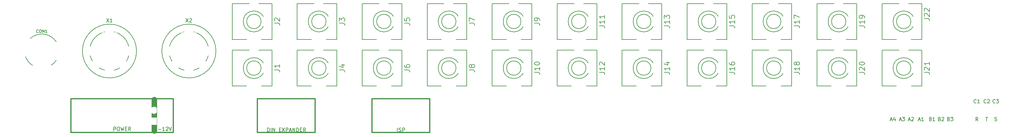
<source format=gto>
G04 #@! TF.FileFunction,Legend,Top*
%FSLAX46Y46*%
G04 Gerber Fmt 4.6, Leading zero omitted, Abs format (unit mm)*
G04 Created by KiCad (PCBNEW 4.0.2-stable) date 2019-09-27 10:43:36 AM*
%MOMM*%
G01*
G04 APERTURE LIST*
%ADD10C,0.200000*%
%ADD11C,0.300000*%
%ADD12C,0.150000*%
%ADD13C,1.500000*%
%ADD14R,5.180000X2.640000*%
%ADD15O,2.640000X5.180000*%
%ADD16C,2.640000*%
%ADD17R,1.600000X2.100000*%
%ADD18O,1.600000X2.100000*%
%ADD19O,4.100000X2.600000*%
%ADD20O,2.600000X2.100000*%
%ADD21O,1.600000X3.600000*%
%ADD22R,2.700000X1.900000*%
%ADD23O,2.700000X1.900000*%
%ADD24R,1.800000X1.800000*%
%ADD25O,1.800000X1.800000*%
%ADD26R,2.900000X1.700000*%
%ADD27C,2.600000*%
%ADD28R,2.600000X3.600000*%
%ADD29O,4.700000X1.550000*%
%ADD30O,4.400000X1.200000*%
%ADD31O,1.200000X4.400000*%
%ADD32C,1.200000*%
%ADD33R,1.900000X1.900000*%
%ADD34C,1.900000*%
G04 APERTURE END LIST*
D10*
D11*
X111750000Y-94950000D02*
X111750000Y-85550000D01*
X127750000Y-94950000D02*
X111750000Y-94950000D01*
X127750000Y-85550000D02*
X127750000Y-94950000D01*
X111750000Y-85550000D02*
X127750000Y-85550000D01*
X80000000Y-94950000D02*
X80000000Y-85550000D01*
X96000000Y-94950000D02*
X80000000Y-94950000D01*
X96000000Y-85550000D02*
X96000000Y-94950000D01*
X80000000Y-85550000D02*
X96000000Y-85550000D01*
X56700000Y-85550000D02*
X28300000Y-85550000D01*
X56700000Y-94950000D02*
X56700000Y-85550000D01*
X28300000Y-94950000D02*
X56700000Y-94950000D01*
D10*
X28300000Y-94950000D02*
X28350000Y-94950000D01*
D11*
X28300000Y-85550000D02*
X28300000Y-94950000D01*
D12*
X118773810Y-94702381D02*
X118773810Y-93702381D01*
X119202381Y-94654762D02*
X119345238Y-94702381D01*
X119583334Y-94702381D01*
X119678572Y-94654762D01*
X119726191Y-94607143D01*
X119773810Y-94511905D01*
X119773810Y-94416667D01*
X119726191Y-94321429D01*
X119678572Y-94273810D01*
X119583334Y-94226190D01*
X119392857Y-94178571D01*
X119297619Y-94130952D01*
X119250000Y-94083333D01*
X119202381Y-93988095D01*
X119202381Y-93892857D01*
X119250000Y-93797619D01*
X119297619Y-93750000D01*
X119392857Y-93702381D01*
X119630953Y-93702381D01*
X119773810Y-93750000D01*
X120202381Y-94702381D02*
X120202381Y-93702381D01*
X120583334Y-93702381D01*
X120678572Y-93750000D01*
X120726191Y-93797619D01*
X120773810Y-93892857D01*
X120773810Y-94035714D01*
X120726191Y-94130952D01*
X120678572Y-94178571D01*
X120583334Y-94226190D01*
X120202381Y-94226190D01*
X82761905Y-94702381D02*
X82761905Y-93702381D01*
X83000000Y-93702381D01*
X83142858Y-93750000D01*
X83238096Y-93845238D01*
X83285715Y-93940476D01*
X83333334Y-94130952D01*
X83333334Y-94273810D01*
X83285715Y-94464286D01*
X83238096Y-94559524D01*
X83142858Y-94654762D01*
X83000000Y-94702381D01*
X82761905Y-94702381D01*
X83761905Y-94702381D02*
X83761905Y-93702381D01*
X84238095Y-94702381D02*
X84238095Y-93702381D01*
X84809524Y-94702381D01*
X84809524Y-93702381D01*
X86047619Y-94178571D02*
X86380953Y-94178571D01*
X86523810Y-94702381D02*
X86047619Y-94702381D01*
X86047619Y-93702381D01*
X86523810Y-93702381D01*
X86857143Y-93702381D02*
X87523810Y-94702381D01*
X87523810Y-93702381D02*
X86857143Y-94702381D01*
X87904762Y-94702381D02*
X87904762Y-93702381D01*
X88285715Y-93702381D01*
X88380953Y-93750000D01*
X88428572Y-93797619D01*
X88476191Y-93892857D01*
X88476191Y-94035714D01*
X88428572Y-94130952D01*
X88380953Y-94178571D01*
X88285715Y-94226190D01*
X87904762Y-94226190D01*
X88857143Y-94416667D02*
X89333334Y-94416667D01*
X88761905Y-94702381D02*
X89095238Y-93702381D01*
X89428572Y-94702381D01*
X89761905Y-94702381D02*
X89761905Y-93702381D01*
X90333334Y-94702381D01*
X90333334Y-93702381D01*
X90809524Y-94702381D02*
X90809524Y-93702381D01*
X91047619Y-93702381D01*
X91190477Y-93750000D01*
X91285715Y-93845238D01*
X91333334Y-93940476D01*
X91380953Y-94130952D01*
X91380953Y-94273810D01*
X91333334Y-94464286D01*
X91285715Y-94559524D01*
X91190477Y-94654762D01*
X91047619Y-94702381D01*
X90809524Y-94702381D01*
X91809524Y-94178571D02*
X92142858Y-94178571D01*
X92285715Y-94702381D02*
X91809524Y-94702381D01*
X91809524Y-93702381D01*
X92285715Y-93702381D01*
X93285715Y-94702381D02*
X92952381Y-94226190D01*
X92714286Y-94702381D02*
X92714286Y-93702381D01*
X93095239Y-93702381D01*
X93190477Y-93750000D01*
X93238096Y-93797619D01*
X93285715Y-93892857D01*
X93285715Y-94035714D01*
X93238096Y-94130952D01*
X93190477Y-94178571D01*
X93095239Y-94226190D01*
X92714286Y-94226190D01*
D13*
X51400000Y-85800000D02*
X51400000Y-94550000D01*
D12*
X52538095Y-94071429D02*
X53300000Y-94071429D01*
X54300000Y-94452381D02*
X53728571Y-94452381D01*
X54014285Y-94452381D02*
X54014285Y-93452381D01*
X53919047Y-93595238D01*
X53823809Y-93690476D01*
X53728571Y-93738095D01*
X54680952Y-93547619D02*
X54728571Y-93500000D01*
X54823809Y-93452381D01*
X55061905Y-93452381D01*
X55157143Y-93500000D01*
X55204762Y-93547619D01*
X55252381Y-93642857D01*
X55252381Y-93738095D01*
X55204762Y-93880952D01*
X54633333Y-94452381D01*
X55252381Y-94452381D01*
X55538095Y-93452381D02*
X55871428Y-94452381D01*
X56204762Y-93452381D01*
X40190476Y-94452381D02*
X40190476Y-93452381D01*
X40571429Y-93452381D01*
X40666667Y-93500000D01*
X40714286Y-93547619D01*
X40761905Y-93642857D01*
X40761905Y-93785714D01*
X40714286Y-93880952D01*
X40666667Y-93928571D01*
X40571429Y-93976190D01*
X40190476Y-93976190D01*
X41380952Y-93452381D02*
X41571429Y-93452381D01*
X41666667Y-93500000D01*
X41761905Y-93595238D01*
X41809524Y-93785714D01*
X41809524Y-94119048D01*
X41761905Y-94309524D01*
X41666667Y-94404762D01*
X41571429Y-94452381D01*
X41380952Y-94452381D01*
X41285714Y-94404762D01*
X41190476Y-94309524D01*
X41142857Y-94119048D01*
X41142857Y-93785714D01*
X41190476Y-93595238D01*
X41285714Y-93500000D01*
X41380952Y-93452381D01*
X42142857Y-93452381D02*
X42380952Y-94452381D01*
X42571429Y-93738095D01*
X42761905Y-94452381D01*
X43000000Y-93452381D01*
X43380952Y-93928571D02*
X43714286Y-93928571D01*
X43857143Y-94452381D02*
X43380952Y-94452381D01*
X43380952Y-93452381D01*
X43857143Y-93452381D01*
X44857143Y-94452381D02*
X44523809Y-93976190D01*
X44285714Y-94452381D02*
X44285714Y-93452381D01*
X44666667Y-93452381D01*
X44761905Y-93500000D01*
X44809524Y-93547619D01*
X44857143Y-93642857D01*
X44857143Y-93785714D01*
X44809524Y-93880952D01*
X44761905Y-93928571D01*
X44666667Y-93976190D01*
X44285714Y-93976190D01*
X284214286Y-91654762D02*
X284357143Y-91702381D01*
X284595239Y-91702381D01*
X284690477Y-91654762D01*
X284738096Y-91607143D01*
X284785715Y-91511905D01*
X284785715Y-91416667D01*
X284738096Y-91321429D01*
X284690477Y-91273810D01*
X284595239Y-91226190D01*
X284404762Y-91178571D01*
X284309524Y-91130952D01*
X284261905Y-91083333D01*
X284214286Y-90988095D01*
X284214286Y-90892857D01*
X284261905Y-90797619D01*
X284309524Y-90750000D01*
X284404762Y-90702381D01*
X284642858Y-90702381D01*
X284785715Y-90750000D01*
X279559524Y-91702381D02*
X279226190Y-91226190D01*
X278988095Y-91702381D02*
X278988095Y-90702381D01*
X279369048Y-90702381D01*
X279464286Y-90750000D01*
X279511905Y-90797619D01*
X279559524Y-90892857D01*
X279559524Y-91035714D01*
X279511905Y-91130952D01*
X279464286Y-91178571D01*
X279369048Y-91226190D01*
X278988095Y-91226190D01*
X281714286Y-90702381D02*
X282285715Y-90702381D01*
X282000000Y-91702381D02*
X282000000Y-90702381D01*
X255335714Y-91416667D02*
X255811905Y-91416667D01*
X255240476Y-91702381D02*
X255573809Y-90702381D01*
X255907143Y-91702381D01*
X256669048Y-91035714D02*
X256669048Y-91702381D01*
X256430952Y-90654762D02*
X256192857Y-91369048D01*
X256811905Y-91369048D01*
X284333334Y-86657143D02*
X284285715Y-86704762D01*
X284142858Y-86752381D01*
X284047620Y-86752381D01*
X283904762Y-86704762D01*
X283809524Y-86609524D01*
X283761905Y-86514286D01*
X283714286Y-86323810D01*
X283714286Y-86180952D01*
X283761905Y-85990476D01*
X283809524Y-85895238D01*
X283904762Y-85800000D01*
X284047620Y-85752381D01*
X284142858Y-85752381D01*
X284285715Y-85800000D01*
X284333334Y-85847619D01*
X284666667Y-85752381D02*
X285285715Y-85752381D01*
X284952381Y-86133333D01*
X285095239Y-86133333D01*
X285190477Y-86180952D01*
X285238096Y-86228571D01*
X285285715Y-86323810D01*
X285285715Y-86561905D01*
X285238096Y-86657143D01*
X285190477Y-86704762D01*
X285095239Y-86752381D01*
X284809524Y-86752381D01*
X284714286Y-86704762D01*
X284666667Y-86657143D01*
X281833334Y-86657143D02*
X281785715Y-86704762D01*
X281642858Y-86752381D01*
X281547620Y-86752381D01*
X281404762Y-86704762D01*
X281309524Y-86609524D01*
X281261905Y-86514286D01*
X281214286Y-86323810D01*
X281214286Y-86180952D01*
X281261905Y-85990476D01*
X281309524Y-85895238D01*
X281404762Y-85800000D01*
X281547620Y-85752381D01*
X281642858Y-85752381D01*
X281785715Y-85800000D01*
X281833334Y-85847619D01*
X282214286Y-85847619D02*
X282261905Y-85800000D01*
X282357143Y-85752381D01*
X282595239Y-85752381D01*
X282690477Y-85800000D01*
X282738096Y-85847619D01*
X282785715Y-85942857D01*
X282785715Y-86038095D01*
X282738096Y-86180952D01*
X282166667Y-86752381D01*
X282785715Y-86752381D01*
X279083334Y-86657143D02*
X279035715Y-86704762D01*
X278892858Y-86752381D01*
X278797620Y-86752381D01*
X278654762Y-86704762D01*
X278559524Y-86609524D01*
X278511905Y-86514286D01*
X278464286Y-86323810D01*
X278464286Y-86180952D01*
X278511905Y-85990476D01*
X278559524Y-85895238D01*
X278654762Y-85800000D01*
X278797620Y-85752381D01*
X278892858Y-85752381D01*
X279035715Y-85800000D01*
X279083334Y-85847619D01*
X280035715Y-86752381D02*
X279464286Y-86752381D01*
X279750000Y-86752381D02*
X279750000Y-85752381D01*
X279654762Y-85895238D01*
X279559524Y-85990476D01*
X279464286Y-86038095D01*
X266445239Y-91178571D02*
X266588096Y-91226190D01*
X266635715Y-91273810D01*
X266683334Y-91369048D01*
X266683334Y-91511905D01*
X266635715Y-91607143D01*
X266588096Y-91654762D01*
X266492858Y-91702381D01*
X266111905Y-91702381D01*
X266111905Y-90702381D01*
X266445239Y-90702381D01*
X266540477Y-90750000D01*
X266588096Y-90797619D01*
X266635715Y-90892857D01*
X266635715Y-90988095D01*
X266588096Y-91083333D01*
X266540477Y-91130952D01*
X266445239Y-91178571D01*
X266111905Y-91178571D01*
X267635715Y-91702381D02*
X267064286Y-91702381D01*
X267350000Y-91702381D02*
X267350000Y-90702381D01*
X267254762Y-90845238D01*
X267159524Y-90940476D01*
X267064286Y-90988095D01*
X260335714Y-91416667D02*
X260811905Y-91416667D01*
X260240476Y-91702381D02*
X260573809Y-90702381D01*
X260907143Y-91702381D01*
X261192857Y-90797619D02*
X261240476Y-90750000D01*
X261335714Y-90702381D01*
X261573810Y-90702381D01*
X261669048Y-90750000D01*
X261716667Y-90797619D01*
X261764286Y-90892857D01*
X261764286Y-90988095D01*
X261716667Y-91130952D01*
X261145238Y-91702381D01*
X261764286Y-91702381D01*
X257835714Y-91416667D02*
X258311905Y-91416667D01*
X257740476Y-91702381D02*
X258073809Y-90702381D01*
X258407143Y-91702381D01*
X258645238Y-90702381D02*
X259264286Y-90702381D01*
X258930952Y-91083333D01*
X259073810Y-91083333D01*
X259169048Y-91130952D01*
X259216667Y-91178571D01*
X259264286Y-91273810D01*
X259264286Y-91511905D01*
X259216667Y-91607143D01*
X259169048Y-91654762D01*
X259073810Y-91702381D01*
X258788095Y-91702381D01*
X258692857Y-91654762D01*
X258645238Y-91607143D01*
X271445239Y-91178571D02*
X271588096Y-91226190D01*
X271635715Y-91273810D01*
X271683334Y-91369048D01*
X271683334Y-91511905D01*
X271635715Y-91607143D01*
X271588096Y-91654762D01*
X271492858Y-91702381D01*
X271111905Y-91702381D01*
X271111905Y-90702381D01*
X271445239Y-90702381D01*
X271540477Y-90750000D01*
X271588096Y-90797619D01*
X271635715Y-90892857D01*
X271635715Y-90988095D01*
X271588096Y-91083333D01*
X271540477Y-91130952D01*
X271445239Y-91178571D01*
X271111905Y-91178571D01*
X272016667Y-90702381D02*
X272635715Y-90702381D01*
X272302381Y-91083333D01*
X272445239Y-91083333D01*
X272540477Y-91130952D01*
X272588096Y-91178571D01*
X272635715Y-91273810D01*
X272635715Y-91511905D01*
X272588096Y-91607143D01*
X272540477Y-91654762D01*
X272445239Y-91702381D01*
X272159524Y-91702381D01*
X272064286Y-91654762D01*
X272016667Y-91607143D01*
X268945239Y-91178571D02*
X269088096Y-91226190D01*
X269135715Y-91273810D01*
X269183334Y-91369048D01*
X269183334Y-91511905D01*
X269135715Y-91607143D01*
X269088096Y-91654762D01*
X268992858Y-91702381D01*
X268611905Y-91702381D01*
X268611905Y-90702381D01*
X268945239Y-90702381D01*
X269040477Y-90750000D01*
X269088096Y-90797619D01*
X269135715Y-90892857D01*
X269135715Y-90988095D01*
X269088096Y-91083333D01*
X269040477Y-91130952D01*
X268945239Y-91178571D01*
X268611905Y-91178571D01*
X269564286Y-90797619D02*
X269611905Y-90750000D01*
X269707143Y-90702381D01*
X269945239Y-90702381D01*
X270040477Y-90750000D01*
X270088096Y-90797619D01*
X270135715Y-90892857D01*
X270135715Y-90988095D01*
X270088096Y-91130952D01*
X269516667Y-91702381D01*
X270135715Y-91702381D01*
X263085714Y-91416667D02*
X263561905Y-91416667D01*
X262990476Y-91702381D02*
X263323809Y-90702381D01*
X263657143Y-91702381D01*
X264514286Y-91702381D02*
X263942857Y-91702381D01*
X264228571Y-91702381D02*
X264228571Y-90702381D01*
X264133333Y-90845238D01*
X264038095Y-90940476D01*
X263942857Y-90988095D01*
X25000000Y-72250000D02*
G75*
G03X25000000Y-72250000I-4750000J0D01*
G01*
X81915476Y-77000000D02*
G75*
G03X81915476Y-77000000I-2915476J0D01*
G01*
X84000000Y-72000000D02*
X84000000Y-82000000D01*
X84000000Y-82000000D02*
X73000000Y-82000000D01*
X73000000Y-82000000D02*
X73000000Y-72000000D01*
X73000000Y-72000000D02*
X84000000Y-72000000D01*
X81000000Y-77000000D02*
G75*
G03X81000000Y-77000000I-2000000J0D01*
G01*
X81915476Y-64000000D02*
G75*
G03X81915476Y-64000000I-2915476J0D01*
G01*
X84000000Y-59000000D02*
X84000000Y-69000000D01*
X84000000Y-69000000D02*
X73000000Y-69000000D01*
X73000000Y-69000000D02*
X73000000Y-59000000D01*
X73000000Y-59000000D02*
X84000000Y-59000000D01*
X81000000Y-64000000D02*
G75*
G03X81000000Y-64000000I-2000000J0D01*
G01*
X99915476Y-64000000D02*
G75*
G03X99915476Y-64000000I-2915476J0D01*
G01*
X102000000Y-59000000D02*
X102000000Y-69000000D01*
X102000000Y-69000000D02*
X91000000Y-69000000D01*
X91000000Y-69000000D02*
X91000000Y-59000000D01*
X91000000Y-59000000D02*
X102000000Y-59000000D01*
X99000000Y-64000000D02*
G75*
G03X99000000Y-64000000I-2000000J0D01*
G01*
X99915476Y-77000000D02*
G75*
G03X99915476Y-77000000I-2915476J0D01*
G01*
X102000000Y-72000000D02*
X102000000Y-82000000D01*
X102000000Y-82000000D02*
X91000000Y-82000000D01*
X91000000Y-82000000D02*
X91000000Y-72000000D01*
X91000000Y-72000000D02*
X102000000Y-72000000D01*
X99000000Y-77000000D02*
G75*
G03X99000000Y-77000000I-2000000J0D01*
G01*
X117915476Y-64000000D02*
G75*
G03X117915476Y-64000000I-2915476J0D01*
G01*
X120000000Y-59000000D02*
X120000000Y-69000000D01*
X120000000Y-69000000D02*
X109000000Y-69000000D01*
X109000000Y-69000000D02*
X109000000Y-59000000D01*
X109000000Y-59000000D02*
X120000000Y-59000000D01*
X117000000Y-64000000D02*
G75*
G03X117000000Y-64000000I-2000000J0D01*
G01*
X117915476Y-77000000D02*
G75*
G03X117915476Y-77000000I-2915476J0D01*
G01*
X120000000Y-72000000D02*
X120000000Y-82000000D01*
X120000000Y-82000000D02*
X109000000Y-82000000D01*
X109000000Y-82000000D02*
X109000000Y-72000000D01*
X109000000Y-72000000D02*
X120000000Y-72000000D01*
X117000000Y-77000000D02*
G75*
G03X117000000Y-77000000I-2000000J0D01*
G01*
X135915476Y-64000000D02*
G75*
G03X135915476Y-64000000I-2915476J0D01*
G01*
X138000000Y-59000000D02*
X138000000Y-69000000D01*
X138000000Y-69000000D02*
X127000000Y-69000000D01*
X127000000Y-69000000D02*
X127000000Y-59000000D01*
X127000000Y-59000000D02*
X138000000Y-59000000D01*
X135000000Y-64000000D02*
G75*
G03X135000000Y-64000000I-2000000J0D01*
G01*
X135915476Y-77000000D02*
G75*
G03X135915476Y-77000000I-2915476J0D01*
G01*
X138000000Y-72000000D02*
X138000000Y-82000000D01*
X138000000Y-82000000D02*
X127000000Y-82000000D01*
X127000000Y-82000000D02*
X127000000Y-72000000D01*
X127000000Y-72000000D02*
X138000000Y-72000000D01*
X135000000Y-77000000D02*
G75*
G03X135000000Y-77000000I-2000000J0D01*
G01*
X153915476Y-64000000D02*
G75*
G03X153915476Y-64000000I-2915476J0D01*
G01*
X156000000Y-59000000D02*
X156000000Y-69000000D01*
X156000000Y-69000000D02*
X145000000Y-69000000D01*
X145000000Y-69000000D02*
X145000000Y-59000000D01*
X145000000Y-59000000D02*
X156000000Y-59000000D01*
X153000000Y-64000000D02*
G75*
G03X153000000Y-64000000I-2000000J0D01*
G01*
X153915476Y-77000000D02*
G75*
G03X153915476Y-77000000I-2915476J0D01*
G01*
X156000000Y-72000000D02*
X156000000Y-82000000D01*
X156000000Y-82000000D02*
X145000000Y-82000000D01*
X145000000Y-82000000D02*
X145000000Y-72000000D01*
X145000000Y-72000000D02*
X156000000Y-72000000D01*
X153000000Y-77000000D02*
G75*
G03X153000000Y-77000000I-2000000J0D01*
G01*
X171915476Y-64000000D02*
G75*
G03X171915476Y-64000000I-2915476J0D01*
G01*
X174000000Y-59000000D02*
X174000000Y-69000000D01*
X174000000Y-69000000D02*
X163000000Y-69000000D01*
X163000000Y-69000000D02*
X163000000Y-59000000D01*
X163000000Y-59000000D02*
X174000000Y-59000000D01*
X171000000Y-64000000D02*
G75*
G03X171000000Y-64000000I-2000000J0D01*
G01*
X171915476Y-77000000D02*
G75*
G03X171915476Y-77000000I-2915476J0D01*
G01*
X174000000Y-72000000D02*
X174000000Y-82000000D01*
X174000000Y-82000000D02*
X163000000Y-82000000D01*
X163000000Y-82000000D02*
X163000000Y-72000000D01*
X163000000Y-72000000D02*
X174000000Y-72000000D01*
X171000000Y-77000000D02*
G75*
G03X171000000Y-77000000I-2000000J0D01*
G01*
X189915476Y-64000000D02*
G75*
G03X189915476Y-64000000I-2915476J0D01*
G01*
X192000000Y-59000000D02*
X192000000Y-69000000D01*
X192000000Y-69000000D02*
X181000000Y-69000000D01*
X181000000Y-69000000D02*
X181000000Y-59000000D01*
X181000000Y-59000000D02*
X192000000Y-59000000D01*
X189000000Y-64000000D02*
G75*
G03X189000000Y-64000000I-2000000J0D01*
G01*
X189915476Y-77000000D02*
G75*
G03X189915476Y-77000000I-2915476J0D01*
G01*
X192000000Y-72000000D02*
X192000000Y-82000000D01*
X192000000Y-82000000D02*
X181000000Y-82000000D01*
X181000000Y-82000000D02*
X181000000Y-72000000D01*
X181000000Y-72000000D02*
X192000000Y-72000000D01*
X189000000Y-77000000D02*
G75*
G03X189000000Y-77000000I-2000000J0D01*
G01*
X207915476Y-64000000D02*
G75*
G03X207915476Y-64000000I-2915476J0D01*
G01*
X210000000Y-59000000D02*
X210000000Y-69000000D01*
X210000000Y-69000000D02*
X199000000Y-69000000D01*
X199000000Y-69000000D02*
X199000000Y-59000000D01*
X199000000Y-59000000D02*
X210000000Y-59000000D01*
X207000000Y-64000000D02*
G75*
G03X207000000Y-64000000I-2000000J0D01*
G01*
X207915476Y-77000000D02*
G75*
G03X207915476Y-77000000I-2915476J0D01*
G01*
X210000000Y-72000000D02*
X210000000Y-82000000D01*
X210000000Y-82000000D02*
X199000000Y-82000000D01*
X199000000Y-82000000D02*
X199000000Y-72000000D01*
X199000000Y-72000000D02*
X210000000Y-72000000D01*
X207000000Y-77000000D02*
G75*
G03X207000000Y-77000000I-2000000J0D01*
G01*
X225915476Y-64000000D02*
G75*
G03X225915476Y-64000000I-2915476J0D01*
G01*
X228000000Y-59000000D02*
X228000000Y-69000000D01*
X228000000Y-69000000D02*
X217000000Y-69000000D01*
X217000000Y-69000000D02*
X217000000Y-59000000D01*
X217000000Y-59000000D02*
X228000000Y-59000000D01*
X225000000Y-64000000D02*
G75*
G03X225000000Y-64000000I-2000000J0D01*
G01*
X225915476Y-77000000D02*
G75*
G03X225915476Y-77000000I-2915476J0D01*
G01*
X228000000Y-72000000D02*
X228000000Y-82000000D01*
X228000000Y-82000000D02*
X217000000Y-82000000D01*
X217000000Y-82000000D02*
X217000000Y-72000000D01*
X217000000Y-72000000D02*
X228000000Y-72000000D01*
X225000000Y-77000000D02*
G75*
G03X225000000Y-77000000I-2000000J0D01*
G01*
X243915476Y-64000000D02*
G75*
G03X243915476Y-64000000I-2915476J0D01*
G01*
X246000000Y-59000000D02*
X246000000Y-69000000D01*
X246000000Y-69000000D02*
X235000000Y-69000000D01*
X235000000Y-69000000D02*
X235000000Y-59000000D01*
X235000000Y-59000000D02*
X246000000Y-59000000D01*
X243000000Y-64000000D02*
G75*
G03X243000000Y-64000000I-2000000J0D01*
G01*
X243915476Y-77000000D02*
G75*
G03X243915476Y-77000000I-2915476J0D01*
G01*
X246000000Y-72000000D02*
X246000000Y-82000000D01*
X246000000Y-82000000D02*
X235000000Y-82000000D01*
X235000000Y-82000000D02*
X235000000Y-72000000D01*
X235000000Y-72000000D02*
X246000000Y-72000000D01*
X243000000Y-77000000D02*
G75*
G03X243000000Y-77000000I-2000000J0D01*
G01*
X261915476Y-77000000D02*
G75*
G03X261915476Y-77000000I-2915476J0D01*
G01*
X264000000Y-72000000D02*
X264000000Y-82000000D01*
X264000000Y-82000000D02*
X253000000Y-82000000D01*
X253000000Y-82000000D02*
X253000000Y-72000000D01*
X253000000Y-72000000D02*
X264000000Y-72000000D01*
X261000000Y-77000000D02*
G75*
G03X261000000Y-77000000I-2000000J0D01*
G01*
X261915476Y-64000000D02*
G75*
G03X261915476Y-64000000I-2915476J0D01*
G01*
X264000000Y-59000000D02*
X264000000Y-69000000D01*
X264000000Y-69000000D02*
X253000000Y-69000000D01*
X253000000Y-69000000D02*
X253000000Y-59000000D01*
X253000000Y-59000000D02*
X264000000Y-59000000D01*
X261000000Y-64000000D02*
G75*
G03X261000000Y-64000000I-2000000J0D01*
G01*
X44500000Y-72250000D02*
G75*
G03X44500000Y-72250000I-5500000J0D01*
G01*
X46500000Y-72250000D02*
G75*
G03X46500000Y-72250000I-7500000J0D01*
G01*
X66500000Y-72250000D02*
G75*
G03X66500000Y-72250000I-5500000J0D01*
G01*
X68500000Y-72250000D02*
G75*
G03X68500000Y-72250000I-7500000J0D01*
G01*
X19278572Y-67035714D02*
X19240477Y-67073810D01*
X19126191Y-67111905D01*
X19050001Y-67111905D01*
X18935715Y-67073810D01*
X18859524Y-66997619D01*
X18821429Y-66921429D01*
X18783334Y-66769048D01*
X18783334Y-66654762D01*
X18821429Y-66502381D01*
X18859524Y-66426190D01*
X18935715Y-66350000D01*
X19050001Y-66311905D01*
X19126191Y-66311905D01*
X19240477Y-66350000D01*
X19278572Y-66388095D01*
X19773810Y-66311905D02*
X19926191Y-66311905D01*
X20002382Y-66350000D01*
X20078572Y-66426190D01*
X20116667Y-66578571D01*
X20116667Y-66845238D01*
X20078572Y-66997619D01*
X20002382Y-67073810D01*
X19926191Y-67111905D01*
X19773810Y-67111905D01*
X19697620Y-67073810D01*
X19621429Y-66997619D01*
X19583334Y-66845238D01*
X19583334Y-66578571D01*
X19621429Y-66426190D01*
X19697620Y-66350000D01*
X19773810Y-66311905D01*
X20459524Y-67111905D02*
X20459524Y-66311905D01*
X20916667Y-67111905D01*
X20916667Y-66311905D01*
X21716667Y-67111905D02*
X21259524Y-67111905D01*
X21488095Y-67111905D02*
X21488095Y-66311905D01*
X21411905Y-66426190D01*
X21335714Y-66502381D01*
X21259524Y-66540476D01*
X84678571Y-77500000D02*
X85750000Y-77500000D01*
X85964286Y-77571428D01*
X86107143Y-77714285D01*
X86178571Y-77928571D01*
X86178571Y-78071428D01*
X86178571Y-76000000D02*
X86178571Y-76857143D01*
X86178571Y-76428571D02*
X84678571Y-76428571D01*
X84892857Y-76571428D01*
X85035714Y-76714286D01*
X85107143Y-76857143D01*
X84678571Y-64500000D02*
X85750000Y-64500000D01*
X85964286Y-64571428D01*
X86107143Y-64714285D01*
X86178571Y-64928571D01*
X86178571Y-65071428D01*
X84821429Y-63857143D02*
X84750000Y-63785714D01*
X84678571Y-63642857D01*
X84678571Y-63285714D01*
X84750000Y-63142857D01*
X84821429Y-63071428D01*
X84964286Y-63000000D01*
X85107143Y-63000000D01*
X85321429Y-63071428D01*
X86178571Y-63928571D01*
X86178571Y-63000000D01*
X102678571Y-64500000D02*
X103750000Y-64500000D01*
X103964286Y-64571428D01*
X104107143Y-64714285D01*
X104178571Y-64928571D01*
X104178571Y-65071428D01*
X102678571Y-63928571D02*
X102678571Y-63000000D01*
X103250000Y-63500000D01*
X103250000Y-63285714D01*
X103321429Y-63142857D01*
X103392857Y-63071428D01*
X103535714Y-63000000D01*
X103892857Y-63000000D01*
X104035714Y-63071428D01*
X104107143Y-63142857D01*
X104178571Y-63285714D01*
X104178571Y-63714286D01*
X104107143Y-63857143D01*
X104035714Y-63928571D01*
X102678571Y-77500000D02*
X103750000Y-77500000D01*
X103964286Y-77571428D01*
X104107143Y-77714285D01*
X104178571Y-77928571D01*
X104178571Y-78071428D01*
X103178571Y-76142857D02*
X104178571Y-76142857D01*
X102607143Y-76500000D02*
X103678571Y-76857143D01*
X103678571Y-75928571D01*
X120678571Y-64500000D02*
X121750000Y-64500000D01*
X121964286Y-64571428D01*
X122107143Y-64714285D01*
X122178571Y-64928571D01*
X122178571Y-65071428D01*
X120678571Y-63071428D02*
X120678571Y-63785714D01*
X121392857Y-63857143D01*
X121321429Y-63785714D01*
X121250000Y-63642857D01*
X121250000Y-63285714D01*
X121321429Y-63142857D01*
X121392857Y-63071428D01*
X121535714Y-63000000D01*
X121892857Y-63000000D01*
X122035714Y-63071428D01*
X122107143Y-63142857D01*
X122178571Y-63285714D01*
X122178571Y-63642857D01*
X122107143Y-63785714D01*
X122035714Y-63857143D01*
X120678571Y-77500000D02*
X121750000Y-77500000D01*
X121964286Y-77571428D01*
X122107143Y-77714285D01*
X122178571Y-77928571D01*
X122178571Y-78071428D01*
X120678571Y-76142857D02*
X120678571Y-76428571D01*
X120750000Y-76571428D01*
X120821429Y-76642857D01*
X121035714Y-76785714D01*
X121321429Y-76857143D01*
X121892857Y-76857143D01*
X122035714Y-76785714D01*
X122107143Y-76714286D01*
X122178571Y-76571428D01*
X122178571Y-76285714D01*
X122107143Y-76142857D01*
X122035714Y-76071428D01*
X121892857Y-76000000D01*
X121535714Y-76000000D01*
X121392857Y-76071428D01*
X121321429Y-76142857D01*
X121250000Y-76285714D01*
X121250000Y-76571428D01*
X121321429Y-76714286D01*
X121392857Y-76785714D01*
X121535714Y-76857143D01*
X138678571Y-64500000D02*
X139750000Y-64500000D01*
X139964286Y-64571428D01*
X140107143Y-64714285D01*
X140178571Y-64928571D01*
X140178571Y-65071428D01*
X138678571Y-63928571D02*
X138678571Y-62928571D01*
X140178571Y-63571428D01*
X138678571Y-77500000D02*
X139750000Y-77500000D01*
X139964286Y-77571428D01*
X140107143Y-77714285D01*
X140178571Y-77928571D01*
X140178571Y-78071428D01*
X139321429Y-76571428D02*
X139250000Y-76714286D01*
X139178571Y-76785714D01*
X139035714Y-76857143D01*
X138964286Y-76857143D01*
X138821429Y-76785714D01*
X138750000Y-76714286D01*
X138678571Y-76571428D01*
X138678571Y-76285714D01*
X138750000Y-76142857D01*
X138821429Y-76071428D01*
X138964286Y-76000000D01*
X139035714Y-76000000D01*
X139178571Y-76071428D01*
X139250000Y-76142857D01*
X139321429Y-76285714D01*
X139321429Y-76571428D01*
X139392857Y-76714286D01*
X139464286Y-76785714D01*
X139607143Y-76857143D01*
X139892857Y-76857143D01*
X140035714Y-76785714D01*
X140107143Y-76714286D01*
X140178571Y-76571428D01*
X140178571Y-76285714D01*
X140107143Y-76142857D01*
X140035714Y-76071428D01*
X139892857Y-76000000D01*
X139607143Y-76000000D01*
X139464286Y-76071428D01*
X139392857Y-76142857D01*
X139321429Y-76285714D01*
X156678571Y-64500000D02*
X157750000Y-64500000D01*
X157964286Y-64571428D01*
X158107143Y-64714285D01*
X158178571Y-64928571D01*
X158178571Y-65071428D01*
X158178571Y-63714286D02*
X158178571Y-63428571D01*
X158107143Y-63285714D01*
X158035714Y-63214286D01*
X157821429Y-63071428D01*
X157535714Y-63000000D01*
X156964286Y-63000000D01*
X156821429Y-63071428D01*
X156750000Y-63142857D01*
X156678571Y-63285714D01*
X156678571Y-63571428D01*
X156750000Y-63714286D01*
X156821429Y-63785714D01*
X156964286Y-63857143D01*
X157321429Y-63857143D01*
X157464286Y-63785714D01*
X157535714Y-63714286D01*
X157607143Y-63571428D01*
X157607143Y-63285714D01*
X157535714Y-63142857D01*
X157464286Y-63071428D01*
X157321429Y-63000000D01*
X156678571Y-78214285D02*
X157750000Y-78214285D01*
X157964286Y-78285713D01*
X158107143Y-78428570D01*
X158178571Y-78642856D01*
X158178571Y-78785713D01*
X158178571Y-76714285D02*
X158178571Y-77571428D01*
X158178571Y-77142856D02*
X156678571Y-77142856D01*
X156892857Y-77285713D01*
X157035714Y-77428571D01*
X157107143Y-77571428D01*
X156678571Y-75785714D02*
X156678571Y-75642857D01*
X156750000Y-75500000D01*
X156821429Y-75428571D01*
X156964286Y-75357142D01*
X157250000Y-75285714D01*
X157607143Y-75285714D01*
X157892857Y-75357142D01*
X158035714Y-75428571D01*
X158107143Y-75500000D01*
X158178571Y-75642857D01*
X158178571Y-75785714D01*
X158107143Y-75928571D01*
X158035714Y-76000000D01*
X157892857Y-76071428D01*
X157607143Y-76142857D01*
X157250000Y-76142857D01*
X156964286Y-76071428D01*
X156821429Y-76000000D01*
X156750000Y-75928571D01*
X156678571Y-75785714D01*
X174678571Y-65214285D02*
X175750000Y-65214285D01*
X175964286Y-65285713D01*
X176107143Y-65428570D01*
X176178571Y-65642856D01*
X176178571Y-65785713D01*
X176178571Y-63714285D02*
X176178571Y-64571428D01*
X176178571Y-64142856D02*
X174678571Y-64142856D01*
X174892857Y-64285713D01*
X175035714Y-64428571D01*
X175107143Y-64571428D01*
X176178571Y-62285714D02*
X176178571Y-63142857D01*
X176178571Y-62714285D02*
X174678571Y-62714285D01*
X174892857Y-62857142D01*
X175035714Y-63000000D01*
X175107143Y-63142857D01*
X174678571Y-78214285D02*
X175750000Y-78214285D01*
X175964286Y-78285713D01*
X176107143Y-78428570D01*
X176178571Y-78642856D01*
X176178571Y-78785713D01*
X176178571Y-76714285D02*
X176178571Y-77571428D01*
X176178571Y-77142856D02*
X174678571Y-77142856D01*
X174892857Y-77285713D01*
X175035714Y-77428571D01*
X175107143Y-77571428D01*
X174821429Y-76142857D02*
X174750000Y-76071428D01*
X174678571Y-75928571D01*
X174678571Y-75571428D01*
X174750000Y-75428571D01*
X174821429Y-75357142D01*
X174964286Y-75285714D01*
X175107143Y-75285714D01*
X175321429Y-75357142D01*
X176178571Y-76214285D01*
X176178571Y-75285714D01*
X192678571Y-65214285D02*
X193750000Y-65214285D01*
X193964286Y-65285713D01*
X194107143Y-65428570D01*
X194178571Y-65642856D01*
X194178571Y-65785713D01*
X194178571Y-63714285D02*
X194178571Y-64571428D01*
X194178571Y-64142856D02*
X192678571Y-64142856D01*
X192892857Y-64285713D01*
X193035714Y-64428571D01*
X193107143Y-64571428D01*
X192678571Y-63214285D02*
X192678571Y-62285714D01*
X193250000Y-62785714D01*
X193250000Y-62571428D01*
X193321429Y-62428571D01*
X193392857Y-62357142D01*
X193535714Y-62285714D01*
X193892857Y-62285714D01*
X194035714Y-62357142D01*
X194107143Y-62428571D01*
X194178571Y-62571428D01*
X194178571Y-63000000D01*
X194107143Y-63142857D01*
X194035714Y-63214285D01*
X192678571Y-78214285D02*
X193750000Y-78214285D01*
X193964286Y-78285713D01*
X194107143Y-78428570D01*
X194178571Y-78642856D01*
X194178571Y-78785713D01*
X194178571Y-76714285D02*
X194178571Y-77571428D01*
X194178571Y-77142856D02*
X192678571Y-77142856D01*
X192892857Y-77285713D01*
X193035714Y-77428571D01*
X193107143Y-77571428D01*
X193178571Y-75428571D02*
X194178571Y-75428571D01*
X192607143Y-75785714D02*
X193678571Y-76142857D01*
X193678571Y-75214285D01*
X210678571Y-65214285D02*
X211750000Y-65214285D01*
X211964286Y-65285713D01*
X212107143Y-65428570D01*
X212178571Y-65642856D01*
X212178571Y-65785713D01*
X212178571Y-63714285D02*
X212178571Y-64571428D01*
X212178571Y-64142856D02*
X210678571Y-64142856D01*
X210892857Y-64285713D01*
X211035714Y-64428571D01*
X211107143Y-64571428D01*
X210678571Y-62357142D02*
X210678571Y-63071428D01*
X211392857Y-63142857D01*
X211321429Y-63071428D01*
X211250000Y-62928571D01*
X211250000Y-62571428D01*
X211321429Y-62428571D01*
X211392857Y-62357142D01*
X211535714Y-62285714D01*
X211892857Y-62285714D01*
X212035714Y-62357142D01*
X212107143Y-62428571D01*
X212178571Y-62571428D01*
X212178571Y-62928571D01*
X212107143Y-63071428D01*
X212035714Y-63142857D01*
X210678571Y-78214285D02*
X211750000Y-78214285D01*
X211964286Y-78285713D01*
X212107143Y-78428570D01*
X212178571Y-78642856D01*
X212178571Y-78785713D01*
X212178571Y-76714285D02*
X212178571Y-77571428D01*
X212178571Y-77142856D02*
X210678571Y-77142856D01*
X210892857Y-77285713D01*
X211035714Y-77428571D01*
X211107143Y-77571428D01*
X210678571Y-75428571D02*
X210678571Y-75714285D01*
X210750000Y-75857142D01*
X210821429Y-75928571D01*
X211035714Y-76071428D01*
X211321429Y-76142857D01*
X211892857Y-76142857D01*
X212035714Y-76071428D01*
X212107143Y-76000000D01*
X212178571Y-75857142D01*
X212178571Y-75571428D01*
X212107143Y-75428571D01*
X212035714Y-75357142D01*
X211892857Y-75285714D01*
X211535714Y-75285714D01*
X211392857Y-75357142D01*
X211321429Y-75428571D01*
X211250000Y-75571428D01*
X211250000Y-75857142D01*
X211321429Y-76000000D01*
X211392857Y-76071428D01*
X211535714Y-76142857D01*
X228678571Y-65214285D02*
X229750000Y-65214285D01*
X229964286Y-65285713D01*
X230107143Y-65428570D01*
X230178571Y-65642856D01*
X230178571Y-65785713D01*
X230178571Y-63714285D02*
X230178571Y-64571428D01*
X230178571Y-64142856D02*
X228678571Y-64142856D01*
X228892857Y-64285713D01*
X229035714Y-64428571D01*
X229107143Y-64571428D01*
X228678571Y-63214285D02*
X228678571Y-62214285D01*
X230178571Y-62857142D01*
X228678571Y-78214285D02*
X229750000Y-78214285D01*
X229964286Y-78285713D01*
X230107143Y-78428570D01*
X230178571Y-78642856D01*
X230178571Y-78785713D01*
X230178571Y-76714285D02*
X230178571Y-77571428D01*
X230178571Y-77142856D02*
X228678571Y-77142856D01*
X228892857Y-77285713D01*
X229035714Y-77428571D01*
X229107143Y-77571428D01*
X229321429Y-75857142D02*
X229250000Y-76000000D01*
X229178571Y-76071428D01*
X229035714Y-76142857D01*
X228964286Y-76142857D01*
X228821429Y-76071428D01*
X228750000Y-76000000D01*
X228678571Y-75857142D01*
X228678571Y-75571428D01*
X228750000Y-75428571D01*
X228821429Y-75357142D01*
X228964286Y-75285714D01*
X229035714Y-75285714D01*
X229178571Y-75357142D01*
X229250000Y-75428571D01*
X229321429Y-75571428D01*
X229321429Y-75857142D01*
X229392857Y-76000000D01*
X229464286Y-76071428D01*
X229607143Y-76142857D01*
X229892857Y-76142857D01*
X230035714Y-76071428D01*
X230107143Y-76000000D01*
X230178571Y-75857142D01*
X230178571Y-75571428D01*
X230107143Y-75428571D01*
X230035714Y-75357142D01*
X229892857Y-75285714D01*
X229607143Y-75285714D01*
X229464286Y-75357142D01*
X229392857Y-75428571D01*
X229321429Y-75571428D01*
X246678571Y-65214285D02*
X247750000Y-65214285D01*
X247964286Y-65285713D01*
X248107143Y-65428570D01*
X248178571Y-65642856D01*
X248178571Y-65785713D01*
X248178571Y-63714285D02*
X248178571Y-64571428D01*
X248178571Y-64142856D02*
X246678571Y-64142856D01*
X246892857Y-64285713D01*
X247035714Y-64428571D01*
X247107143Y-64571428D01*
X248178571Y-63000000D02*
X248178571Y-62714285D01*
X248107143Y-62571428D01*
X248035714Y-62500000D01*
X247821429Y-62357142D01*
X247535714Y-62285714D01*
X246964286Y-62285714D01*
X246821429Y-62357142D01*
X246750000Y-62428571D01*
X246678571Y-62571428D01*
X246678571Y-62857142D01*
X246750000Y-63000000D01*
X246821429Y-63071428D01*
X246964286Y-63142857D01*
X247321429Y-63142857D01*
X247464286Y-63071428D01*
X247535714Y-63000000D01*
X247607143Y-62857142D01*
X247607143Y-62571428D01*
X247535714Y-62428571D01*
X247464286Y-62357142D01*
X247321429Y-62285714D01*
X246678571Y-78214285D02*
X247750000Y-78214285D01*
X247964286Y-78285713D01*
X248107143Y-78428570D01*
X248178571Y-78642856D01*
X248178571Y-78785713D01*
X246821429Y-77571428D02*
X246750000Y-77499999D01*
X246678571Y-77357142D01*
X246678571Y-76999999D01*
X246750000Y-76857142D01*
X246821429Y-76785713D01*
X246964286Y-76714285D01*
X247107143Y-76714285D01*
X247321429Y-76785713D01*
X248178571Y-77642856D01*
X248178571Y-76714285D01*
X246678571Y-75785714D02*
X246678571Y-75642857D01*
X246750000Y-75500000D01*
X246821429Y-75428571D01*
X246964286Y-75357142D01*
X247250000Y-75285714D01*
X247607143Y-75285714D01*
X247892857Y-75357142D01*
X248035714Y-75428571D01*
X248107143Y-75500000D01*
X248178571Y-75642857D01*
X248178571Y-75785714D01*
X248107143Y-75928571D01*
X248035714Y-76000000D01*
X247892857Y-76071428D01*
X247607143Y-76142857D01*
X247250000Y-76142857D01*
X246964286Y-76071428D01*
X246821429Y-76000000D01*
X246750000Y-75928571D01*
X246678571Y-75785714D01*
X264678571Y-78214285D02*
X265750000Y-78214285D01*
X265964286Y-78285713D01*
X266107143Y-78428570D01*
X266178571Y-78642856D01*
X266178571Y-78785713D01*
X264821429Y-77571428D02*
X264750000Y-77499999D01*
X264678571Y-77357142D01*
X264678571Y-76999999D01*
X264750000Y-76857142D01*
X264821429Y-76785713D01*
X264964286Y-76714285D01*
X265107143Y-76714285D01*
X265321429Y-76785713D01*
X266178571Y-77642856D01*
X266178571Y-76714285D01*
X266178571Y-75285714D02*
X266178571Y-76142857D01*
X266178571Y-75714285D02*
X264678571Y-75714285D01*
X264892857Y-75857142D01*
X265035714Y-76000000D01*
X265107143Y-76142857D01*
X264678571Y-63214285D02*
X265750000Y-63214285D01*
X265964286Y-63285713D01*
X266107143Y-63428570D01*
X266178571Y-63642856D01*
X266178571Y-63785713D01*
X264821429Y-62571428D02*
X264750000Y-62499999D01*
X264678571Y-62357142D01*
X264678571Y-61999999D01*
X264750000Y-61857142D01*
X264821429Y-61785713D01*
X264964286Y-61714285D01*
X265107143Y-61714285D01*
X265321429Y-61785713D01*
X266178571Y-62642856D01*
X266178571Y-61714285D01*
X264821429Y-61142857D02*
X264750000Y-61071428D01*
X264678571Y-60928571D01*
X264678571Y-60571428D01*
X264750000Y-60428571D01*
X264821429Y-60357142D01*
X264964286Y-60285714D01*
X265107143Y-60285714D01*
X265321429Y-60357142D01*
X266178571Y-61214285D01*
X266178571Y-60285714D01*
X38190476Y-63202381D02*
X38857143Y-64202381D01*
X38857143Y-63202381D02*
X38190476Y-64202381D01*
X39761905Y-64202381D02*
X39190476Y-64202381D01*
X39476190Y-64202381D02*
X39476190Y-63202381D01*
X39380952Y-63345238D01*
X39285714Y-63440476D01*
X39190476Y-63488095D01*
X60190476Y-63202381D02*
X60857143Y-64202381D01*
X60857143Y-63202381D02*
X60190476Y-64202381D01*
X61190476Y-63297619D02*
X61238095Y-63250000D01*
X61333333Y-63202381D01*
X61571429Y-63202381D01*
X61666667Y-63250000D01*
X61714286Y-63297619D01*
X61761905Y-63392857D01*
X61761905Y-63488095D01*
X61714286Y-63630952D01*
X61142857Y-64202381D01*
X61761905Y-64202381D01*
%LPC*%
D14*
X20250000Y-76060000D03*
D15*
X24060000Y-72250000D03*
D16*
X16768700Y-70023274D02*
X16111300Y-72476726D01*
D17*
X122290000Y-91770000D03*
D18*
X122290000Y-88730000D03*
X119750000Y-91770000D03*
X119750000Y-88730000D03*
X117210000Y-91770000D03*
X117210000Y-88730000D03*
D19*
X79000000Y-81700000D03*
D20*
X79000000Y-72300000D03*
D21*
X74100000Y-77000000D03*
X82300000Y-77000000D03*
D19*
X79000000Y-68700000D03*
D20*
X79000000Y-59300000D03*
D21*
X74100000Y-64000000D03*
X82300000Y-64000000D03*
D19*
X97000000Y-68700000D03*
D20*
X97000000Y-59300000D03*
D21*
X92100000Y-64000000D03*
X100300000Y-64000000D03*
D19*
X97000000Y-81700000D03*
D20*
X97000000Y-72300000D03*
D21*
X92100000Y-77000000D03*
X100300000Y-77000000D03*
D19*
X115000000Y-68700000D03*
D20*
X115000000Y-59300000D03*
D21*
X110100000Y-64000000D03*
X118300000Y-64000000D03*
D19*
X115000000Y-81700000D03*
D20*
X115000000Y-72300000D03*
D21*
X110100000Y-77000000D03*
X118300000Y-77000000D03*
D19*
X133000000Y-68700000D03*
D20*
X133000000Y-59300000D03*
D21*
X128100000Y-64000000D03*
X136300000Y-64000000D03*
D19*
X133000000Y-81700000D03*
D20*
X133000000Y-72300000D03*
D21*
X128100000Y-77000000D03*
X136300000Y-77000000D03*
D19*
X151000000Y-68700000D03*
D20*
X151000000Y-59300000D03*
D21*
X146100000Y-64000000D03*
X154300000Y-64000000D03*
D19*
X151000000Y-81700000D03*
D20*
X151000000Y-72300000D03*
D21*
X146100000Y-77000000D03*
X154300000Y-77000000D03*
D19*
X169000000Y-68700000D03*
D20*
X169000000Y-59300000D03*
D21*
X164100000Y-64000000D03*
X172300000Y-64000000D03*
D19*
X169000000Y-81700000D03*
D20*
X169000000Y-72300000D03*
D21*
X164100000Y-77000000D03*
X172300000Y-77000000D03*
D19*
X187000000Y-68700000D03*
D20*
X187000000Y-59300000D03*
D21*
X182100000Y-64000000D03*
X190300000Y-64000000D03*
D19*
X187000000Y-81700000D03*
D20*
X187000000Y-72300000D03*
D21*
X182100000Y-77000000D03*
X190300000Y-77000000D03*
D19*
X205000000Y-68700000D03*
D20*
X205000000Y-59300000D03*
D21*
X200100000Y-64000000D03*
X208300000Y-64000000D03*
D19*
X205000000Y-81700000D03*
D20*
X205000000Y-72300000D03*
D21*
X200100000Y-77000000D03*
X208300000Y-77000000D03*
D19*
X223000000Y-68700000D03*
D20*
X223000000Y-59300000D03*
D21*
X218100000Y-64000000D03*
X226300000Y-64000000D03*
D19*
X223000000Y-81700000D03*
D20*
X223000000Y-72300000D03*
D21*
X218100000Y-77000000D03*
X226300000Y-77000000D03*
D19*
X241000000Y-68700000D03*
D20*
X241000000Y-59300000D03*
D21*
X236100000Y-64000000D03*
X244300000Y-64000000D03*
D19*
X241000000Y-81700000D03*
D20*
X241000000Y-72300000D03*
D21*
X236100000Y-77000000D03*
X244300000Y-77000000D03*
D19*
X259000000Y-81700000D03*
D20*
X259000000Y-72300000D03*
D21*
X254100000Y-77000000D03*
X262300000Y-77000000D03*
D19*
X259000000Y-68700000D03*
D20*
X259000000Y-59300000D03*
D21*
X254100000Y-64000000D03*
X262300000Y-64000000D03*
D17*
X90540000Y-91770000D03*
D18*
X90540000Y-88730000D03*
X88000000Y-91770000D03*
X88000000Y-88730000D03*
X85460000Y-91770000D03*
X85460000Y-88730000D03*
D22*
X14500000Y-77000000D03*
D23*
X14500000Y-80040000D03*
D24*
X284480000Y-88900000D03*
D25*
X281940000Y-88900000D03*
X279400000Y-88900000D03*
D26*
X213750000Y-84000000D03*
D27*
X33500000Y-72250000D03*
X44500000Y-72250000D03*
X39000000Y-77750000D03*
D28*
X39000000Y-67750000D03*
D27*
X35110000Y-76140000D03*
X42890000Y-76140000D03*
D29*
X39000000Y-67750000D03*
D30*
X34900000Y-72250000D03*
X43100000Y-72250000D03*
D31*
X39000000Y-76350000D03*
D32*
X34968629Y-76281371D02*
X37231371Y-74018629D01*
X40768629Y-74018629D02*
X43031371Y-76281371D01*
D27*
X55500000Y-72250000D03*
X66500000Y-72250000D03*
X61000000Y-77750000D03*
D28*
X61000000Y-67750000D03*
D27*
X57110000Y-76140000D03*
X64890000Y-76140000D03*
D29*
X61000000Y-67750000D03*
D30*
X56900000Y-72250000D03*
X65100000Y-72250000D03*
D31*
X61000000Y-76350000D03*
D32*
X56968629Y-76281371D02*
X59231371Y-74018629D01*
X62768629Y-74018629D02*
X65031371Y-76281371D01*
D33*
X67530000Y-86460000D03*
D34*
X67530000Y-89000000D03*
X67530000Y-91540000D03*
D33*
X19580000Y-86460000D03*
D34*
X19580000Y-89000000D03*
X19580000Y-91540000D03*
D24*
X264160000Y-88900000D03*
D25*
X261620000Y-88900000D03*
X259080000Y-88900000D03*
X256540000Y-88900000D03*
D24*
X266700000Y-88900000D03*
D25*
X269240000Y-88900000D03*
X271780000Y-88900000D03*
D18*
X33610000Y-88730000D03*
X33610000Y-91770000D03*
X36150000Y-91770000D03*
X36150000Y-88730000D03*
X38690000Y-88730000D03*
X38690000Y-91770000D03*
X41230000Y-91770000D03*
X41230000Y-88730000D03*
X43770000Y-88730000D03*
X43770000Y-91770000D03*
D17*
X51390000Y-91770000D03*
D18*
X51390000Y-88730000D03*
X48850000Y-91770000D03*
X48850000Y-88730000D03*
X46310000Y-91770000D03*
X46310000Y-88730000D03*
M02*

</source>
